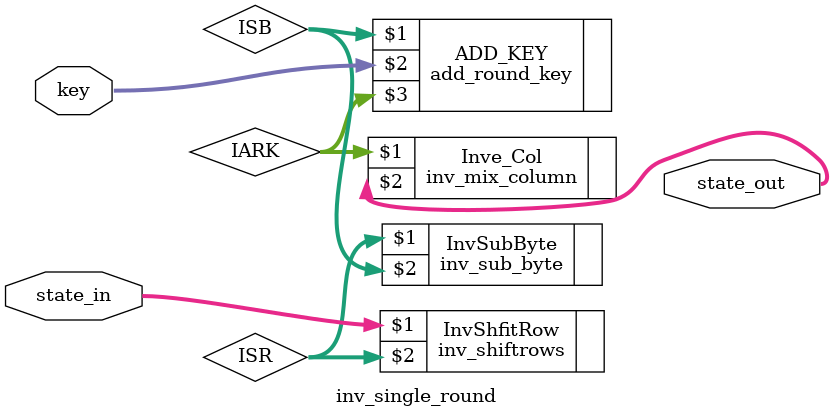
<source format=v>
module inv_single_round(state_in,state_out,key);
	input [127:0]state_in;
	input [127:0]key;
	output [127:0]state_out;
	
	wire [127:0]ISR; //output of Inverse Shift Rows
	wire [127:0] ISB; //output of Inverse Sub byte
	wire [127:0] IARK; // //output of add round key
	
	inv_shiftrows InvShfitRow(state_in, ISR);
	inv_sub_byte  InvSubByte(ISR,ISB);
	add_round_key ADD_KEY(ISB,key,IARK);
	inv_mix_column Inve_Col(IARK, state_out);
	
endmodule 
</source>
